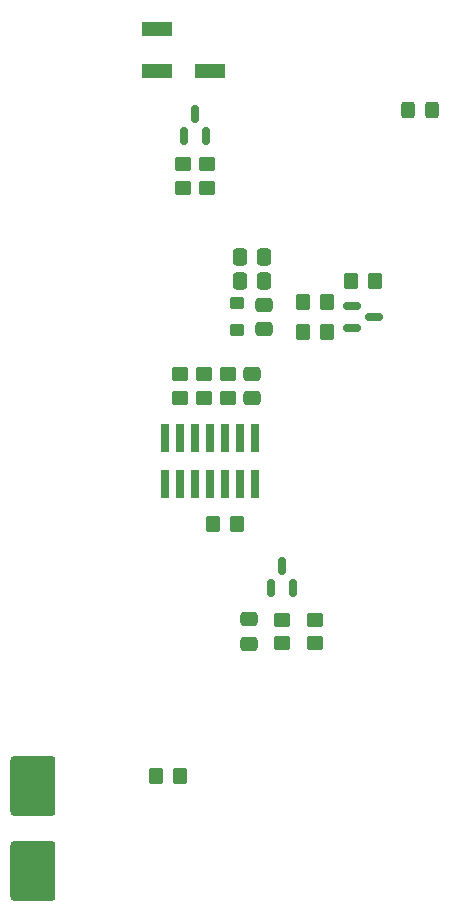
<source format=gtp>
G04 #@! TF.GenerationSoftware,KiCad,Pcbnew,(7.0.0)*
G04 #@! TF.CreationDate,2023-02-19T07:45:38+03:00*
G04 #@! TF.ProjectId,pcb-heater,7063622d-6865-4617-9465-722e6b696361,rev?*
G04 #@! TF.SameCoordinates,Original*
G04 #@! TF.FileFunction,Paste,Top*
G04 #@! TF.FilePolarity,Positive*
%FSLAX46Y46*%
G04 Gerber Fmt 4.6, Leading zero omitted, Abs format (unit mm)*
G04 Created by KiCad (PCBNEW (7.0.0)) date 2023-02-19 07:45:38*
%MOMM*%
%LPD*%
G01*
G04 APERTURE LIST*
G04 Aperture macros list*
%AMRoundRect*
0 Rectangle with rounded corners*
0 $1 Rounding radius*
0 $2 $3 $4 $5 $6 $7 $8 $9 X,Y pos of 4 corners*
0 Add a 4 corners polygon primitive as box body*
4,1,4,$2,$3,$4,$5,$6,$7,$8,$9,$2,$3,0*
0 Add four circle primitives for the rounded corners*
1,1,$1+$1,$2,$3*
1,1,$1+$1,$4,$5*
1,1,$1+$1,$6,$7*
1,1,$1+$1,$8,$9*
0 Add four rect primitives between the rounded corners*
20,1,$1+$1,$2,$3,$4,$5,0*
20,1,$1+$1,$4,$5,$6,$7,0*
20,1,$1+$1,$6,$7,$8,$9,0*
20,1,$1+$1,$8,$9,$2,$3,0*%
G04 Aperture macros list end*
%ADD10RoundRect,0.250000X-0.450000X0.350000X-0.450000X-0.350000X0.450000X-0.350000X0.450000X0.350000X0*%
%ADD11RoundRect,0.250000X0.450000X-0.350000X0.450000X0.350000X-0.450000X0.350000X-0.450000X-0.350000X0*%
%ADD12RoundRect,0.250000X0.475000X-0.337500X0.475000X0.337500X-0.475000X0.337500X-0.475000X-0.337500X0*%
%ADD13RoundRect,0.250000X-0.475000X0.337500X-0.475000X-0.337500X0.475000X-0.337500X0.475000X0.337500X0*%
%ADD14RoundRect,0.250000X0.350000X0.450000X-0.350000X0.450000X-0.350000X-0.450000X0.350000X-0.450000X0*%
%ADD15RoundRect,0.250000X-0.350000X-0.450000X0.350000X-0.450000X0.350000X0.450000X-0.350000X0.450000X0*%
%ADD16RoundRect,0.150000X0.150000X-0.587500X0.150000X0.587500X-0.150000X0.587500X-0.150000X-0.587500X0*%
%ADD17RoundRect,0.250000X-0.337500X-0.475000X0.337500X-0.475000X0.337500X0.475000X-0.337500X0.475000X0*%
%ADD18R,0.740000X2.400000*%
%ADD19RoundRect,0.150000X-0.587500X-0.150000X0.587500X-0.150000X0.587500X0.150000X-0.587500X0.150000X0*%
%ADD20RoundRect,0.250000X-0.350000X0.275000X-0.350000X-0.275000X0.350000X-0.275000X0.350000X0.275000X0*%
%ADD21RoundRect,0.250000X-0.325000X-0.450000X0.325000X-0.450000X0.325000X0.450000X-0.325000X0.450000X0*%
%ADD22RoundRect,0.304800X1.600200X-2.235200X1.600200X2.235200X-1.600200X2.235200X-1.600200X-2.235200X0*%
%ADD23R,2.500000X1.200000*%
G04 APERTURE END LIST*
D10*
X133858000Y-82820000D03*
X133858000Y-84820000D03*
D11*
X140462000Y-105600750D03*
X140462000Y-103600750D03*
D12*
X137668000Y-105638250D03*
X137668000Y-103563250D03*
D13*
X137922000Y-82782500D03*
X137922000Y-84857500D03*
D14*
X136636000Y-95504000D03*
X134636000Y-95504000D03*
D15*
X146320000Y-74930000D03*
X148320000Y-74930000D03*
D16*
X132146000Y-62659500D03*
X134046000Y-62659500D03*
X133096000Y-60784500D03*
D10*
X135890000Y-82820000D03*
X135890000Y-84820000D03*
D12*
X138938000Y-79015500D03*
X138938000Y-76940500D03*
D17*
X136884500Y-74930000D03*
X138959500Y-74930000D03*
D18*
X130555999Y-92119999D03*
X130555999Y-88219999D03*
X131825999Y-92119999D03*
X131825999Y-88219999D03*
X133095999Y-92119999D03*
X133095999Y-88219999D03*
X134365999Y-92119999D03*
X134365999Y-88219999D03*
X135635999Y-92119999D03*
X135635999Y-88219999D03*
X136905999Y-92119999D03*
X136905999Y-88219999D03*
X138175999Y-92119999D03*
X138175999Y-88219999D03*
D11*
X134112000Y-67039999D03*
X134112000Y-65039999D03*
D17*
X136884500Y-72898000D03*
X138959500Y-72898000D03*
D19*
X146382500Y-77028000D03*
X146382500Y-78928000D03*
X148257500Y-77978000D03*
D20*
X136652000Y-76828000D03*
X136652000Y-79128000D03*
D21*
X151121000Y-60452000D03*
X153171000Y-60452000D03*
D10*
X131826000Y-82820000D03*
X131826000Y-84820000D03*
D16*
X139512000Y-100966250D03*
X141412000Y-100966250D03*
X140462000Y-99091250D03*
D10*
X143256000Y-103600750D03*
X143256000Y-105600750D03*
D14*
X144256000Y-76708000D03*
X142256000Y-76708000D03*
D22*
X119380000Y-124895000D03*
X119380000Y-117675000D03*
D15*
X142256000Y-79248000D03*
X144256000Y-79248000D03*
D23*
X129829999Y-53621999D03*
X129829999Y-57121999D03*
X134329999Y-57121999D03*
D15*
X129810000Y-116840000D03*
X131810000Y-116840000D03*
D10*
X132080000Y-65039999D03*
X132080000Y-67039999D03*
M02*

</source>
